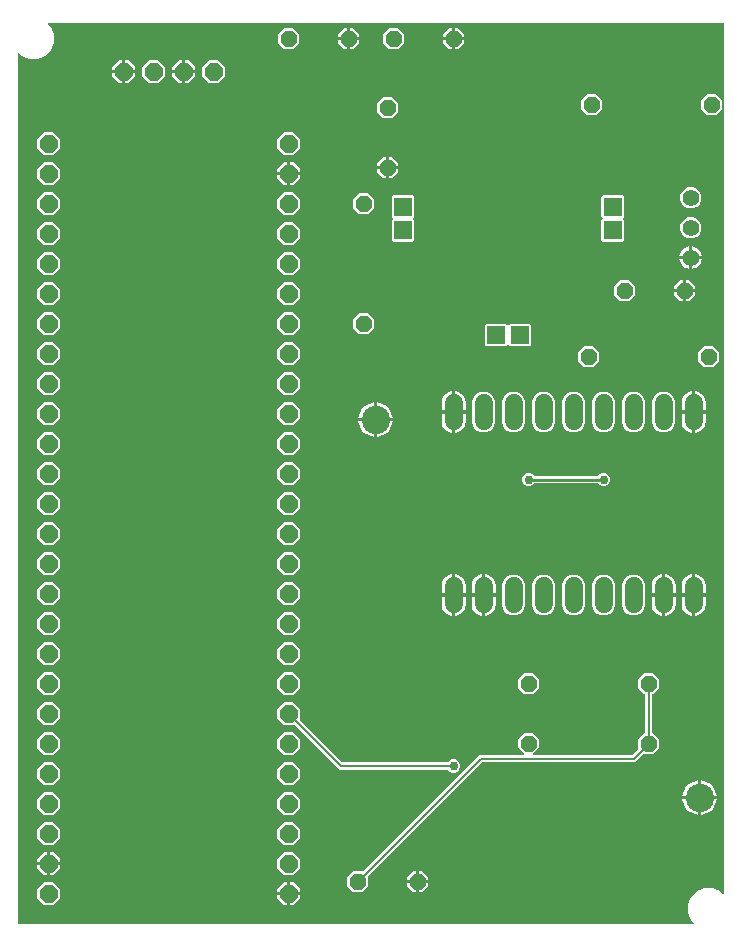
<source format=gbr>
G04 EAGLE Gerber RS-274X export*
G75*
%MOMM*%
%FSLAX34Y34*%
%LPD*%
%INBottom Copper*%
%IPPOS*%
%AMOC8*
5,1,8,0,0,1.08239X$1,22.5*%
G01*
%ADD10P,1.632244X8X292.500000*%
%ADD11R,1.508000X1.508000*%
%ADD12C,1.524000*%
%ADD13P,1.429621X8X112.500000*%
%ADD14P,1.429621X8X22.500000*%
%ADD15P,1.429621X8X202.500000*%
%ADD16C,2.400000*%
%ADD17C,1.400000*%
%ADD18P,1.429621X8X292.500000*%
%ADD19P,1.632244X8X22.500000*%
%ADD20C,0.756400*%
%ADD21C,0.203200*%
%ADD22C,0.254000*%

G36*
X583972Y11950D02*
X583972Y11950D01*
X584043Y11952D01*
X584092Y11970D01*
X584144Y11979D01*
X584207Y12012D01*
X584274Y12037D01*
X584315Y12069D01*
X584361Y12094D01*
X584410Y12146D01*
X584466Y12190D01*
X584495Y12234D01*
X584530Y12272D01*
X584561Y12337D01*
X584599Y12397D01*
X584612Y12448D01*
X584634Y12495D01*
X584642Y12566D01*
X584659Y12636D01*
X584655Y12688D01*
X584661Y12739D01*
X584646Y12810D01*
X584640Y12881D01*
X584620Y12929D01*
X584609Y12980D01*
X584572Y13041D01*
X584544Y13107D01*
X584499Y13163D01*
X584483Y13191D01*
X584465Y13206D01*
X584439Y13238D01*
X582140Y15538D01*
X579489Y21937D01*
X579489Y28863D01*
X582140Y35262D01*
X587038Y40160D01*
X593437Y42811D01*
X600363Y42811D01*
X606762Y40160D01*
X609062Y37861D01*
X609120Y37819D01*
X609172Y37770D01*
X609219Y37748D01*
X609261Y37717D01*
X609330Y37696D01*
X609395Y37666D01*
X609447Y37660D01*
X609497Y37645D01*
X609568Y37647D01*
X609639Y37639D01*
X609690Y37650D01*
X609742Y37651D01*
X609810Y37676D01*
X609880Y37691D01*
X609924Y37718D01*
X609973Y37736D01*
X610029Y37781D01*
X610091Y37817D01*
X610125Y37857D01*
X610165Y37889D01*
X610204Y37950D01*
X610251Y38004D01*
X610270Y38053D01*
X610298Y38096D01*
X610316Y38166D01*
X610343Y38232D01*
X610351Y38304D01*
X610359Y38335D01*
X610357Y38358D01*
X610361Y38399D01*
X610361Y774700D01*
X610358Y774720D01*
X610360Y774739D01*
X610338Y774841D01*
X610322Y774943D01*
X610312Y774960D01*
X610308Y774980D01*
X610255Y775069D01*
X610206Y775160D01*
X610192Y775174D01*
X610182Y775191D01*
X610103Y775258D01*
X610028Y775330D01*
X610010Y775338D01*
X609995Y775351D01*
X609899Y775390D01*
X609805Y775433D01*
X609785Y775435D01*
X609767Y775443D01*
X609600Y775461D01*
X38399Y775461D01*
X38328Y775450D01*
X38257Y775448D01*
X38208Y775430D01*
X38156Y775422D01*
X38093Y775388D01*
X38026Y775363D01*
X37985Y775331D01*
X37939Y775306D01*
X37890Y775255D01*
X37834Y775210D01*
X37805Y775166D01*
X37770Y775128D01*
X37739Y775063D01*
X37701Y775003D01*
X37688Y774952D01*
X37666Y774905D01*
X37658Y774834D01*
X37641Y774764D01*
X37645Y774712D01*
X37639Y774661D01*
X37654Y774590D01*
X37660Y774519D01*
X37680Y774471D01*
X37691Y774420D01*
X37728Y774359D01*
X37756Y774293D01*
X37801Y774237D01*
X37817Y774209D01*
X37835Y774194D01*
X37861Y774162D01*
X40160Y771862D01*
X42811Y765463D01*
X42811Y758537D01*
X40160Y752138D01*
X35262Y747240D01*
X28863Y744589D01*
X21937Y744589D01*
X15538Y747240D01*
X13238Y749539D01*
X13180Y749581D01*
X13128Y749630D01*
X13081Y749652D01*
X13039Y749683D01*
X12970Y749704D01*
X12905Y749734D01*
X12853Y749740D01*
X12803Y749755D01*
X12732Y749753D01*
X12661Y749761D01*
X12610Y749750D01*
X12558Y749749D01*
X12490Y749724D01*
X12420Y749709D01*
X12376Y749682D01*
X12327Y749664D01*
X12271Y749619D01*
X12209Y749583D01*
X12175Y749543D01*
X12135Y749511D01*
X12096Y749450D01*
X12049Y749396D01*
X12030Y749347D01*
X12002Y749304D01*
X11984Y749234D01*
X11957Y749168D01*
X11949Y749096D01*
X11941Y749065D01*
X11943Y749042D01*
X11939Y749001D01*
X11939Y12700D01*
X11942Y12680D01*
X11940Y12661D01*
X11962Y12559D01*
X11979Y12457D01*
X11988Y12440D01*
X11992Y12420D01*
X12045Y12331D01*
X12094Y12240D01*
X12108Y12226D01*
X12118Y12209D01*
X12197Y12142D01*
X12272Y12071D01*
X12290Y12062D01*
X12305Y12049D01*
X12401Y12010D01*
X12495Y11967D01*
X12515Y11965D01*
X12533Y11957D01*
X12700Y11939D01*
X583901Y11939D01*
X583972Y11950D01*
G37*
%LPC*%
G36*
X296143Y39623D02*
X296143Y39623D01*
X291083Y44683D01*
X291083Y51837D01*
X296143Y56897D01*
X303385Y56897D01*
X303469Y56876D01*
X303568Y56845D01*
X303588Y56846D01*
X303607Y56841D01*
X303710Y56849D01*
X303814Y56852D01*
X303832Y56858D01*
X303852Y56860D01*
X303928Y56892D01*
X303930Y56893D01*
X303947Y56900D01*
X304045Y56936D01*
X304060Y56949D01*
X304079Y56956D01*
X304136Y57002D01*
X304146Y57007D01*
X304157Y57019D01*
X304210Y57061D01*
X400588Y153440D01*
X402597Y155449D01*
X440099Y155449D01*
X440170Y155460D01*
X440242Y155462D01*
X440291Y155480D01*
X440342Y155488D01*
X440405Y155522D01*
X440473Y155547D01*
X440513Y155579D01*
X440559Y155604D01*
X440609Y155656D01*
X440665Y155700D01*
X440693Y155744D01*
X440729Y155782D01*
X440759Y155847D01*
X440798Y155907D01*
X440810Y155958D01*
X440832Y156005D01*
X440840Y156076D01*
X440858Y156146D01*
X440854Y156198D01*
X440860Y156249D01*
X440844Y156320D01*
X440839Y156391D01*
X440818Y156439D01*
X440807Y156490D01*
X440770Y156551D01*
X440742Y156617D01*
X440698Y156673D01*
X440681Y156701D01*
X440663Y156716D01*
X440638Y156748D01*
X435863Y161523D01*
X435863Y168677D01*
X440923Y173737D01*
X448077Y173737D01*
X453137Y168677D01*
X453137Y161523D01*
X448362Y156748D01*
X448321Y156690D01*
X448271Y156638D01*
X448249Y156591D01*
X448219Y156549D01*
X448198Y156480D01*
X448168Y156415D01*
X448162Y156363D01*
X448147Y156313D01*
X448148Y156242D01*
X448140Y156171D01*
X448152Y156120D01*
X448153Y156068D01*
X448178Y156000D01*
X448193Y155930D01*
X448219Y155885D01*
X448237Y155837D01*
X448282Y155781D01*
X448319Y155719D01*
X448358Y155685D01*
X448391Y155645D01*
X448451Y155606D01*
X448506Y155559D01*
X448554Y155540D01*
X448598Y155512D01*
X448667Y155494D01*
X448734Y155467D01*
X448805Y155459D01*
X448836Y155451D01*
X448860Y155453D01*
X448901Y155449D01*
X531822Y155449D01*
X531912Y155463D01*
X532003Y155471D01*
X532033Y155483D01*
X532065Y155488D01*
X532145Y155531D01*
X532229Y155567D01*
X532261Y155593D01*
X532282Y155604D01*
X532304Y155627D01*
X532360Y155672D01*
X537299Y160610D01*
X537311Y160627D01*
X537326Y160639D01*
X537355Y160684D01*
X537385Y160716D01*
X537405Y160757D01*
X537442Y160810D01*
X537448Y160829D01*
X537459Y160846D01*
X537475Y160909D01*
X537489Y160939D01*
X537493Y160973D01*
X537515Y161045D01*
X537514Y161065D01*
X537519Y161085D01*
X537513Y161160D01*
X537516Y161183D01*
X537511Y161208D01*
X537508Y161291D01*
X537502Y161310D01*
X537500Y161330D01*
X537467Y161407D01*
X537464Y161424D01*
X537463Y161424D01*
X537463Y168677D01*
X542585Y173799D01*
X542659Y173843D01*
X542750Y173892D01*
X542764Y173906D01*
X542781Y173916D01*
X542848Y173995D01*
X542920Y174070D01*
X542928Y174088D01*
X542941Y174103D01*
X542980Y174199D01*
X543023Y174293D01*
X543025Y174313D01*
X543033Y174331D01*
X543051Y174498D01*
X543051Y206502D01*
X543048Y206522D01*
X543050Y206541D01*
X543028Y206643D01*
X543012Y206745D01*
X543002Y206762D01*
X542998Y206782D01*
X542945Y206871D01*
X542896Y206962D01*
X542882Y206976D01*
X542872Y206993D01*
X542793Y207060D01*
X542718Y207132D01*
X542700Y207140D01*
X542685Y207153D01*
X542598Y207188D01*
X537463Y212323D01*
X537463Y219477D01*
X542523Y224537D01*
X549677Y224537D01*
X554737Y219477D01*
X554737Y212323D01*
X549615Y207201D01*
X549541Y207157D01*
X549450Y207108D01*
X549436Y207094D01*
X549419Y207084D01*
X549352Y207005D01*
X549280Y206930D01*
X549272Y206912D01*
X549259Y206897D01*
X549220Y206800D01*
X549177Y206707D01*
X549175Y206687D01*
X549167Y206669D01*
X549149Y206502D01*
X549149Y174498D01*
X549152Y174478D01*
X549150Y174459D01*
X549172Y174357D01*
X549188Y174255D01*
X549198Y174238D01*
X549202Y174218D01*
X549255Y174129D01*
X549304Y174038D01*
X549318Y174024D01*
X549328Y174007D01*
X549407Y173940D01*
X549482Y173868D01*
X549500Y173860D01*
X549515Y173847D01*
X549602Y173812D01*
X554737Y168677D01*
X554737Y161523D01*
X549677Y156463D01*
X542435Y156463D01*
X542351Y156484D01*
X542252Y156515D01*
X542232Y156514D01*
X542213Y156519D01*
X542110Y156511D01*
X542006Y156508D01*
X541988Y156502D01*
X541968Y156500D01*
X541873Y156460D01*
X541775Y156424D01*
X541760Y156411D01*
X541741Y156404D01*
X541610Y156299D01*
X534663Y149351D01*
X405438Y149351D01*
X405348Y149337D01*
X405257Y149329D01*
X405227Y149317D01*
X405195Y149312D01*
X405115Y149269D01*
X405031Y149233D01*
X404999Y149207D01*
X404978Y149196D01*
X404956Y149173D01*
X404900Y149128D01*
X308521Y52750D01*
X308509Y52733D01*
X308494Y52721D01*
X308438Y52634D01*
X308378Y52550D01*
X308372Y52531D01*
X308361Y52514D01*
X308336Y52413D01*
X308305Y52315D01*
X308306Y52295D01*
X308301Y52275D01*
X308309Y52172D01*
X308312Y52069D01*
X308318Y52050D01*
X308320Y52030D01*
X308357Y51944D01*
X308357Y44683D01*
X303297Y39623D01*
X296143Y39623D01*
G37*
%LPD*%
%LPC*%
G36*
X379843Y140235D02*
X379843Y140235D01*
X377706Y141121D01*
X376048Y142778D01*
X375974Y142831D01*
X375905Y142891D01*
X375875Y142903D01*
X375849Y142922D01*
X375762Y142949D01*
X375677Y142983D01*
X375636Y142987D01*
X375614Y142994D01*
X375581Y142993D01*
X375510Y143001D01*
X284487Y143001D01*
X246451Y181037D01*
X246435Y181049D01*
X246423Y181064D01*
X246335Y181120D01*
X246252Y181181D01*
X246233Y181186D01*
X246216Y181197D01*
X246115Y181222D01*
X246017Y181253D01*
X245997Y181252D01*
X245977Y181257D01*
X245874Y181249D01*
X245771Y181247D01*
X245752Y181240D01*
X245732Y181238D01*
X245637Y181198D01*
X245540Y181162D01*
X245524Y181150D01*
X245506Y181142D01*
X245375Y181037D01*
X245265Y180927D01*
X237335Y180927D01*
X231727Y186535D01*
X231727Y194465D01*
X237335Y200073D01*
X245265Y200073D01*
X250873Y194465D01*
X250873Y186535D01*
X250763Y186425D01*
X250751Y186409D01*
X250736Y186396D01*
X250680Y186309D01*
X250619Y186225D01*
X250614Y186206D01*
X250603Y186190D01*
X250578Y186089D01*
X250547Y185990D01*
X250548Y185970D01*
X250543Y185951D01*
X250551Y185848D01*
X250553Y185744D01*
X250560Y185726D01*
X250562Y185706D01*
X250602Y185611D01*
X250638Y185513D01*
X250650Y185498D01*
X250658Y185480D01*
X250763Y185349D01*
X286790Y149322D01*
X286864Y149269D01*
X286933Y149209D01*
X286963Y149197D01*
X286990Y149178D01*
X287077Y149151D01*
X287161Y149117D01*
X287202Y149113D01*
X287225Y149106D01*
X287257Y149107D01*
X287328Y149099D01*
X375510Y149099D01*
X375600Y149113D01*
X375691Y149121D01*
X375721Y149133D01*
X375753Y149138D01*
X375834Y149181D01*
X375917Y149217D01*
X375950Y149243D01*
X375970Y149254D01*
X375992Y149277D01*
X376048Y149322D01*
X377706Y150979D01*
X379843Y151865D01*
X382157Y151865D01*
X384294Y150979D01*
X385929Y149344D01*
X386815Y147207D01*
X386815Y144893D01*
X385929Y142756D01*
X384294Y141121D01*
X382157Y140235D01*
X379843Y140235D01*
G37*
%LPD*%
%LPC*%
G36*
X408668Y501277D02*
X408668Y501277D01*
X407477Y502468D01*
X407477Y519232D01*
X408668Y520423D01*
X425432Y520423D01*
X426512Y519343D01*
X426528Y519331D01*
X426540Y519316D01*
X426628Y519260D01*
X426711Y519199D01*
X426730Y519194D01*
X426747Y519183D01*
X426848Y519158D01*
X426947Y519127D01*
X426966Y519128D01*
X426986Y519123D01*
X427089Y519131D01*
X427192Y519133D01*
X427211Y519140D01*
X427231Y519142D01*
X427326Y519182D01*
X427423Y519218D01*
X427439Y519230D01*
X427457Y519238D01*
X427588Y519343D01*
X428668Y520423D01*
X445432Y520423D01*
X446623Y519232D01*
X446623Y502468D01*
X445432Y501277D01*
X428668Y501277D01*
X427588Y502357D01*
X427572Y502369D01*
X427560Y502384D01*
X427472Y502440D01*
X427389Y502501D01*
X427370Y502506D01*
X427353Y502517D01*
X427252Y502542D01*
X427153Y502573D01*
X427134Y502572D01*
X427114Y502577D01*
X427011Y502569D01*
X426908Y502567D01*
X426889Y502560D01*
X426869Y502558D01*
X426774Y502518D01*
X426677Y502482D01*
X426661Y502470D01*
X426643Y502462D01*
X426512Y502357D01*
X425432Y501277D01*
X408668Y501277D01*
G37*
%LPD*%
%LPC*%
G36*
X329918Y590027D02*
X329918Y590027D01*
X328727Y591218D01*
X328727Y607982D01*
X329807Y609062D01*
X329819Y609078D01*
X329834Y609090D01*
X329890Y609178D01*
X329951Y609261D01*
X329956Y609280D01*
X329967Y609297D01*
X329992Y609398D01*
X330023Y609497D01*
X330022Y609516D01*
X330027Y609536D01*
X330019Y609639D01*
X330017Y609742D01*
X330010Y609761D01*
X330008Y609781D01*
X329968Y609876D01*
X329932Y609973D01*
X329920Y609989D01*
X329912Y610007D01*
X329807Y610138D01*
X328727Y611218D01*
X328727Y627982D01*
X329918Y629173D01*
X346682Y629173D01*
X347873Y627982D01*
X347873Y611218D01*
X346793Y610138D01*
X346781Y610122D01*
X346766Y610110D01*
X346710Y610022D01*
X346649Y609939D01*
X346644Y609920D01*
X346633Y609903D01*
X346608Y609802D01*
X346577Y609703D01*
X346578Y609684D01*
X346573Y609664D01*
X346581Y609561D01*
X346583Y609458D01*
X346590Y609439D01*
X346592Y609419D01*
X346632Y609324D01*
X346668Y609227D01*
X346680Y609211D01*
X346688Y609193D01*
X346793Y609062D01*
X347873Y607982D01*
X347873Y591218D01*
X346682Y590027D01*
X329918Y590027D01*
G37*
%LPD*%
%LPC*%
G36*
X507418Y590027D02*
X507418Y590027D01*
X506227Y591218D01*
X506227Y607982D01*
X507307Y609062D01*
X507319Y609078D01*
X507334Y609090D01*
X507390Y609178D01*
X507451Y609261D01*
X507456Y609280D01*
X507467Y609297D01*
X507492Y609398D01*
X507523Y609497D01*
X507522Y609516D01*
X507527Y609536D01*
X507519Y609639D01*
X507517Y609742D01*
X507510Y609761D01*
X507508Y609781D01*
X507468Y609876D01*
X507432Y609973D01*
X507420Y609989D01*
X507412Y610007D01*
X507307Y610138D01*
X506227Y611218D01*
X506227Y627982D01*
X507418Y629173D01*
X524182Y629173D01*
X525373Y627982D01*
X525373Y611218D01*
X524293Y610138D01*
X524281Y610122D01*
X524266Y610110D01*
X524210Y610022D01*
X524149Y609939D01*
X524144Y609920D01*
X524133Y609903D01*
X524108Y609802D01*
X524077Y609703D01*
X524078Y609684D01*
X524073Y609664D01*
X524081Y609561D01*
X524083Y609458D01*
X524090Y609439D01*
X524092Y609419D01*
X524132Y609324D01*
X524168Y609227D01*
X524180Y609211D01*
X524188Y609193D01*
X524293Y609062D01*
X525373Y607982D01*
X525373Y591218D01*
X524182Y590027D01*
X507418Y590027D01*
G37*
%LPD*%
%LPC*%
G36*
X429880Y428497D02*
X429880Y428497D01*
X426332Y429967D01*
X423617Y432682D01*
X422147Y436230D01*
X422147Y455310D01*
X423617Y458858D01*
X426332Y461573D01*
X429880Y463043D01*
X433720Y463043D01*
X437268Y461573D01*
X439983Y458858D01*
X441453Y455310D01*
X441453Y436230D01*
X439983Y432682D01*
X437268Y429967D01*
X433720Y428497D01*
X429880Y428497D01*
G37*
%LPD*%
%LPC*%
G36*
X404480Y428497D02*
X404480Y428497D01*
X400932Y429967D01*
X398217Y432682D01*
X396747Y436230D01*
X396747Y455310D01*
X398217Y458858D01*
X400932Y461573D01*
X404480Y463043D01*
X408320Y463043D01*
X411868Y461573D01*
X414583Y458858D01*
X416053Y455310D01*
X416053Y436230D01*
X414583Y432682D01*
X411868Y429967D01*
X408320Y428497D01*
X404480Y428497D01*
G37*
%LPD*%
%LPC*%
G36*
X556880Y428497D02*
X556880Y428497D01*
X553332Y429967D01*
X550617Y432682D01*
X549147Y436230D01*
X549147Y455310D01*
X550617Y458858D01*
X553332Y461573D01*
X556880Y463043D01*
X560720Y463043D01*
X564268Y461573D01*
X566983Y458858D01*
X568453Y455310D01*
X568453Y436230D01*
X566983Y432682D01*
X564268Y429967D01*
X560720Y428497D01*
X556880Y428497D01*
G37*
%LPD*%
%LPC*%
G36*
X455280Y428497D02*
X455280Y428497D01*
X451732Y429967D01*
X449017Y432682D01*
X447547Y436230D01*
X447547Y455310D01*
X449017Y458858D01*
X451732Y461573D01*
X455280Y463043D01*
X459120Y463043D01*
X462668Y461573D01*
X465383Y458858D01*
X466853Y455310D01*
X466853Y436230D01*
X465383Y432682D01*
X462668Y429967D01*
X459120Y428497D01*
X455280Y428497D01*
G37*
%LPD*%
%LPC*%
G36*
X531480Y273557D02*
X531480Y273557D01*
X527932Y275027D01*
X525217Y277742D01*
X523747Y281290D01*
X523747Y300370D01*
X525217Y303918D01*
X527932Y306633D01*
X531480Y308103D01*
X535320Y308103D01*
X538868Y306633D01*
X541583Y303918D01*
X543053Y300370D01*
X543053Y281290D01*
X541583Y277742D01*
X538868Y275027D01*
X535320Y273557D01*
X531480Y273557D01*
G37*
%LPD*%
%LPC*%
G36*
X506080Y273557D02*
X506080Y273557D01*
X502532Y275027D01*
X499817Y277742D01*
X498347Y281290D01*
X498347Y300370D01*
X499817Y303918D01*
X502532Y306633D01*
X506080Y308103D01*
X509920Y308103D01*
X513468Y306633D01*
X516183Y303918D01*
X517653Y300370D01*
X517653Y281290D01*
X516183Y277742D01*
X513468Y275027D01*
X509920Y273557D01*
X506080Y273557D01*
G37*
%LPD*%
%LPC*%
G36*
X429880Y273557D02*
X429880Y273557D01*
X426332Y275027D01*
X423617Y277742D01*
X422147Y281290D01*
X422147Y300370D01*
X423617Y303918D01*
X426332Y306633D01*
X429880Y308103D01*
X433720Y308103D01*
X437268Y306633D01*
X439983Y303918D01*
X441453Y300370D01*
X441453Y281290D01*
X439983Y277742D01*
X437268Y275027D01*
X433720Y273557D01*
X429880Y273557D01*
G37*
%LPD*%
%LPC*%
G36*
X455280Y273557D02*
X455280Y273557D01*
X451732Y275027D01*
X449017Y277742D01*
X447547Y281290D01*
X447547Y300370D01*
X449017Y303918D01*
X451732Y306633D01*
X455280Y308103D01*
X459120Y308103D01*
X462668Y306633D01*
X465383Y303918D01*
X466853Y300370D01*
X466853Y281290D01*
X465383Y277742D01*
X462668Y275027D01*
X459120Y273557D01*
X455280Y273557D01*
G37*
%LPD*%
%LPC*%
G36*
X480680Y273557D02*
X480680Y273557D01*
X477132Y275027D01*
X474417Y277742D01*
X472947Y281290D01*
X472947Y300370D01*
X474417Y303918D01*
X477132Y306633D01*
X480680Y308103D01*
X484520Y308103D01*
X488068Y306633D01*
X490783Y303918D01*
X492253Y300370D01*
X492253Y281290D01*
X490783Y277742D01*
X488068Y275027D01*
X484520Y273557D01*
X480680Y273557D01*
G37*
%LPD*%
%LPC*%
G36*
X480680Y428497D02*
X480680Y428497D01*
X477132Y429967D01*
X474417Y432682D01*
X472947Y436230D01*
X472947Y455310D01*
X474417Y458858D01*
X477132Y461573D01*
X480680Y463043D01*
X484520Y463043D01*
X488068Y461573D01*
X490783Y458858D01*
X492253Y455310D01*
X492253Y436230D01*
X490783Y432682D01*
X488068Y429967D01*
X484520Y428497D01*
X480680Y428497D01*
G37*
%LPD*%
%LPC*%
G36*
X506080Y428497D02*
X506080Y428497D01*
X502532Y429967D01*
X499817Y432682D01*
X498347Y436230D01*
X498347Y455310D01*
X499817Y458858D01*
X502532Y461573D01*
X506080Y463043D01*
X509920Y463043D01*
X513468Y461573D01*
X516183Y458858D01*
X517653Y455310D01*
X517653Y436230D01*
X516183Y432682D01*
X513468Y429967D01*
X509920Y428497D01*
X506080Y428497D01*
G37*
%LPD*%
%LPC*%
G36*
X531480Y428497D02*
X531480Y428497D01*
X527932Y429967D01*
X525217Y432682D01*
X523747Y436230D01*
X523747Y455310D01*
X525217Y458858D01*
X527932Y461573D01*
X531480Y463043D01*
X535320Y463043D01*
X538868Y461573D01*
X541583Y458858D01*
X543053Y455310D01*
X543053Y436230D01*
X541583Y432682D01*
X538868Y429967D01*
X535320Y428497D01*
X531480Y428497D01*
G37*
%LPD*%
%LPC*%
G36*
X443343Y382805D02*
X443343Y382805D01*
X441206Y383691D01*
X439571Y385326D01*
X438685Y387463D01*
X438685Y389777D01*
X439571Y391914D01*
X441206Y393549D01*
X443343Y394435D01*
X445657Y394435D01*
X447794Y393549D01*
X449198Y392146D01*
X449272Y392093D01*
X449341Y392033D01*
X449371Y392021D01*
X449397Y392002D01*
X449484Y391975D01*
X449569Y391941D01*
X449610Y391937D01*
X449632Y391930D01*
X449665Y391931D01*
X449736Y391923D01*
X502764Y391923D01*
X502854Y391937D01*
X502945Y391945D01*
X502975Y391957D01*
X503007Y391962D01*
X503088Y392005D01*
X503171Y392041D01*
X503204Y392067D01*
X503224Y392078D01*
X503246Y392101D01*
X503302Y392146D01*
X504706Y393549D01*
X506843Y394435D01*
X509157Y394435D01*
X511294Y393549D01*
X512929Y391914D01*
X513815Y389777D01*
X513815Y387463D01*
X512929Y385326D01*
X511294Y383691D01*
X509157Y382805D01*
X506843Y382805D01*
X504706Y383691D01*
X503302Y385094D01*
X503228Y385147D01*
X503159Y385207D01*
X503129Y385219D01*
X503103Y385238D01*
X503016Y385265D01*
X502931Y385299D01*
X502890Y385303D01*
X502868Y385310D01*
X502835Y385309D01*
X502764Y385317D01*
X449736Y385317D01*
X449646Y385303D01*
X449555Y385295D01*
X449525Y385283D01*
X449493Y385278D01*
X449412Y385235D01*
X449329Y385199D01*
X449296Y385173D01*
X449276Y385162D01*
X449254Y385139D01*
X449198Y385094D01*
X447794Y383691D01*
X445657Y382805D01*
X443343Y382805D01*
G37*
%LPD*%
%LPC*%
G36*
X237335Y434927D02*
X237335Y434927D01*
X231727Y440535D01*
X231727Y448465D01*
X237335Y454073D01*
X245265Y454073D01*
X250873Y448465D01*
X250873Y440535D01*
X245265Y434927D01*
X237335Y434927D01*
G37*
%LPD*%
%LPC*%
G36*
X34135Y434927D02*
X34135Y434927D01*
X28527Y440535D01*
X28527Y448465D01*
X34135Y454073D01*
X42065Y454073D01*
X47673Y448465D01*
X47673Y440535D01*
X42065Y434927D01*
X34135Y434927D01*
G37*
%LPD*%
%LPC*%
G36*
X34135Y485727D02*
X34135Y485727D01*
X28527Y491335D01*
X28527Y499265D01*
X34135Y504873D01*
X42065Y504873D01*
X47673Y499265D01*
X47673Y491335D01*
X42065Y485727D01*
X34135Y485727D01*
G37*
%LPD*%
%LPC*%
G36*
X237335Y612727D02*
X237335Y612727D01*
X231727Y618335D01*
X231727Y626265D01*
X237335Y631873D01*
X245265Y631873D01*
X250873Y626265D01*
X250873Y618335D01*
X245265Y612727D01*
X237335Y612727D01*
G37*
%LPD*%
%LPC*%
G36*
X34135Y28527D02*
X34135Y28527D01*
X28527Y34135D01*
X28527Y42065D01*
X34135Y47673D01*
X42065Y47673D01*
X47673Y42065D01*
X47673Y34135D01*
X42065Y28527D01*
X34135Y28527D01*
G37*
%LPD*%
%LPC*%
G36*
X237335Y53927D02*
X237335Y53927D01*
X231727Y59535D01*
X231727Y67465D01*
X237335Y73073D01*
X245265Y73073D01*
X250873Y67465D01*
X250873Y59535D01*
X245265Y53927D01*
X237335Y53927D01*
G37*
%LPD*%
%LPC*%
G36*
X34135Y79327D02*
X34135Y79327D01*
X28527Y84935D01*
X28527Y92865D01*
X34135Y98473D01*
X42065Y98473D01*
X47673Y92865D01*
X47673Y84935D01*
X42065Y79327D01*
X34135Y79327D01*
G37*
%LPD*%
%LPC*%
G36*
X237335Y104727D02*
X237335Y104727D01*
X231727Y110335D01*
X231727Y118265D01*
X237335Y123873D01*
X245265Y123873D01*
X250873Y118265D01*
X250873Y110335D01*
X245265Y104727D01*
X237335Y104727D01*
G37*
%LPD*%
%LPC*%
G36*
X237335Y79327D02*
X237335Y79327D01*
X231727Y84935D01*
X231727Y92865D01*
X237335Y98473D01*
X245265Y98473D01*
X250873Y92865D01*
X250873Y84935D01*
X245265Y79327D01*
X237335Y79327D01*
G37*
%LPD*%
%LPC*%
G36*
X34135Y130127D02*
X34135Y130127D01*
X28527Y135735D01*
X28527Y143665D01*
X34135Y149273D01*
X42065Y149273D01*
X47673Y143665D01*
X47673Y135735D01*
X42065Y130127D01*
X34135Y130127D01*
G37*
%LPD*%
%LPC*%
G36*
X237335Y130127D02*
X237335Y130127D01*
X231727Y135735D01*
X231727Y143665D01*
X237335Y149273D01*
X245265Y149273D01*
X250873Y143665D01*
X250873Y135735D01*
X245265Y130127D01*
X237335Y130127D01*
G37*
%LPD*%
%LPC*%
G36*
X34135Y155527D02*
X34135Y155527D01*
X28527Y161135D01*
X28527Y169065D01*
X34135Y174673D01*
X42065Y174673D01*
X47673Y169065D01*
X47673Y161135D01*
X42065Y155527D01*
X34135Y155527D01*
G37*
%LPD*%
%LPC*%
G36*
X237335Y155527D02*
X237335Y155527D01*
X231727Y161135D01*
X231727Y169065D01*
X237335Y174673D01*
X245265Y174673D01*
X250873Y169065D01*
X250873Y161135D01*
X245265Y155527D01*
X237335Y155527D01*
G37*
%LPD*%
%LPC*%
G36*
X173835Y724487D02*
X173835Y724487D01*
X168227Y730095D01*
X168227Y738025D01*
X173835Y743633D01*
X181765Y743633D01*
X187373Y738025D01*
X187373Y730095D01*
X181765Y724487D01*
X173835Y724487D01*
G37*
%LPD*%
%LPC*%
G36*
X123035Y724487D02*
X123035Y724487D01*
X117427Y730095D01*
X117427Y738025D01*
X123035Y743633D01*
X130965Y743633D01*
X136573Y738025D01*
X136573Y730095D01*
X130965Y724487D01*
X123035Y724487D01*
G37*
%LPD*%
%LPC*%
G36*
X34135Y180927D02*
X34135Y180927D01*
X28527Y186535D01*
X28527Y194465D01*
X34135Y200073D01*
X42065Y200073D01*
X47673Y194465D01*
X47673Y186535D01*
X42065Y180927D01*
X34135Y180927D01*
G37*
%LPD*%
%LPC*%
G36*
X34135Y460327D02*
X34135Y460327D01*
X28527Y465935D01*
X28527Y473865D01*
X34135Y479473D01*
X42065Y479473D01*
X47673Y473865D01*
X47673Y465935D01*
X42065Y460327D01*
X34135Y460327D01*
G37*
%LPD*%
%LPC*%
G36*
X237335Y460327D02*
X237335Y460327D01*
X231727Y465935D01*
X231727Y473865D01*
X237335Y479473D01*
X245265Y479473D01*
X250873Y473865D01*
X250873Y465935D01*
X245265Y460327D01*
X237335Y460327D01*
G37*
%LPD*%
%LPC*%
G36*
X34135Y409527D02*
X34135Y409527D01*
X28527Y415135D01*
X28527Y423065D01*
X34135Y428673D01*
X42065Y428673D01*
X47673Y423065D01*
X47673Y415135D01*
X42065Y409527D01*
X34135Y409527D01*
G37*
%LPD*%
%LPC*%
G36*
X34135Y206327D02*
X34135Y206327D01*
X28527Y211935D01*
X28527Y219865D01*
X34135Y225473D01*
X42065Y225473D01*
X47673Y219865D01*
X47673Y211935D01*
X42065Y206327D01*
X34135Y206327D01*
G37*
%LPD*%
%LPC*%
G36*
X237335Y409527D02*
X237335Y409527D01*
X231727Y415135D01*
X231727Y423065D01*
X237335Y428673D01*
X245265Y428673D01*
X250873Y423065D01*
X250873Y415135D01*
X245265Y409527D01*
X237335Y409527D01*
G37*
%LPD*%
%LPC*%
G36*
X237335Y231727D02*
X237335Y231727D01*
X231727Y237335D01*
X231727Y245265D01*
X237335Y250873D01*
X245265Y250873D01*
X250873Y245265D01*
X250873Y237335D01*
X245265Y231727D01*
X237335Y231727D01*
G37*
%LPD*%
%LPC*%
G36*
X34135Y231727D02*
X34135Y231727D01*
X28527Y237335D01*
X28527Y245265D01*
X34135Y250873D01*
X42065Y250873D01*
X47673Y245265D01*
X47673Y237335D01*
X42065Y231727D01*
X34135Y231727D01*
G37*
%LPD*%
%LPC*%
G36*
X237335Y663527D02*
X237335Y663527D01*
X231727Y669135D01*
X231727Y677065D01*
X237335Y682673D01*
X245265Y682673D01*
X250873Y677065D01*
X250873Y669135D01*
X245265Y663527D01*
X237335Y663527D01*
G37*
%LPD*%
%LPC*%
G36*
X34135Y612727D02*
X34135Y612727D01*
X28527Y618335D01*
X28527Y626265D01*
X34135Y631873D01*
X42065Y631873D01*
X47673Y626265D01*
X47673Y618335D01*
X42065Y612727D01*
X34135Y612727D01*
G37*
%LPD*%
%LPC*%
G36*
X237335Y206327D02*
X237335Y206327D01*
X231727Y211935D01*
X231727Y219865D01*
X237335Y225473D01*
X245265Y225473D01*
X250873Y219865D01*
X250873Y211935D01*
X245265Y206327D01*
X237335Y206327D01*
G37*
%LPD*%
%LPC*%
G36*
X237335Y282527D02*
X237335Y282527D01*
X231727Y288135D01*
X231727Y296065D01*
X237335Y301673D01*
X245265Y301673D01*
X250873Y296065D01*
X250873Y288135D01*
X245265Y282527D01*
X237335Y282527D01*
G37*
%LPD*%
%LPC*%
G36*
X34135Y282527D02*
X34135Y282527D01*
X28527Y288135D01*
X28527Y296065D01*
X34135Y301673D01*
X42065Y301673D01*
X47673Y296065D01*
X47673Y288135D01*
X42065Y282527D01*
X34135Y282527D01*
G37*
%LPD*%
%LPC*%
G36*
X34135Y663527D02*
X34135Y663527D01*
X28527Y669135D01*
X28527Y677065D01*
X34135Y682673D01*
X42065Y682673D01*
X47673Y677065D01*
X47673Y669135D01*
X42065Y663527D01*
X34135Y663527D01*
G37*
%LPD*%
%LPC*%
G36*
X237335Y587327D02*
X237335Y587327D01*
X231727Y592935D01*
X231727Y600865D01*
X237335Y606473D01*
X245265Y606473D01*
X250873Y600865D01*
X250873Y592935D01*
X245265Y587327D01*
X237335Y587327D01*
G37*
%LPD*%
%LPC*%
G36*
X34135Y587327D02*
X34135Y587327D01*
X28527Y592935D01*
X28527Y600865D01*
X34135Y606473D01*
X42065Y606473D01*
X47673Y600865D01*
X47673Y592935D01*
X42065Y587327D01*
X34135Y587327D01*
G37*
%LPD*%
%LPC*%
G36*
X34135Y104727D02*
X34135Y104727D01*
X28527Y110335D01*
X28527Y118265D01*
X34135Y123873D01*
X42065Y123873D01*
X47673Y118265D01*
X47673Y110335D01*
X42065Y104727D01*
X34135Y104727D01*
G37*
%LPD*%
%LPC*%
G36*
X237335Y257127D02*
X237335Y257127D01*
X231727Y262735D01*
X231727Y270665D01*
X237335Y276273D01*
X245265Y276273D01*
X250873Y270665D01*
X250873Y262735D01*
X245265Y257127D01*
X237335Y257127D01*
G37*
%LPD*%
%LPC*%
G36*
X237335Y561927D02*
X237335Y561927D01*
X231727Y567535D01*
X231727Y575465D01*
X237335Y581073D01*
X245265Y581073D01*
X250873Y575465D01*
X250873Y567535D01*
X245265Y561927D01*
X237335Y561927D01*
G37*
%LPD*%
%LPC*%
G36*
X34135Y561927D02*
X34135Y561927D01*
X28527Y567535D01*
X28527Y575465D01*
X34135Y581073D01*
X42065Y581073D01*
X47673Y575465D01*
X47673Y567535D01*
X42065Y561927D01*
X34135Y561927D01*
G37*
%LPD*%
%LPC*%
G36*
X34135Y307927D02*
X34135Y307927D01*
X28527Y313535D01*
X28527Y321465D01*
X34135Y327073D01*
X42065Y327073D01*
X47673Y321465D01*
X47673Y313535D01*
X42065Y307927D01*
X34135Y307927D01*
G37*
%LPD*%
%LPC*%
G36*
X237335Y307927D02*
X237335Y307927D01*
X231727Y313535D01*
X231727Y321465D01*
X237335Y327073D01*
X245265Y327073D01*
X250873Y321465D01*
X250873Y313535D01*
X245265Y307927D01*
X237335Y307927D01*
G37*
%LPD*%
%LPC*%
G36*
X34135Y333327D02*
X34135Y333327D01*
X28527Y338935D01*
X28527Y346865D01*
X34135Y352473D01*
X42065Y352473D01*
X47673Y346865D01*
X47673Y338935D01*
X42065Y333327D01*
X34135Y333327D01*
G37*
%LPD*%
%LPC*%
G36*
X237335Y333327D02*
X237335Y333327D01*
X231727Y338935D01*
X231727Y346865D01*
X237335Y352473D01*
X245265Y352473D01*
X250873Y346865D01*
X250873Y338935D01*
X245265Y333327D01*
X237335Y333327D01*
G37*
%LPD*%
%LPC*%
G36*
X34135Y358727D02*
X34135Y358727D01*
X28527Y364335D01*
X28527Y372265D01*
X34135Y377873D01*
X42065Y377873D01*
X47673Y372265D01*
X47673Y364335D01*
X42065Y358727D01*
X34135Y358727D01*
G37*
%LPD*%
%LPC*%
G36*
X237335Y536527D02*
X237335Y536527D01*
X231727Y542135D01*
X231727Y550065D01*
X237335Y555673D01*
X245265Y555673D01*
X250873Y550065D01*
X250873Y542135D01*
X245265Y536527D01*
X237335Y536527D01*
G37*
%LPD*%
%LPC*%
G36*
X34135Y536527D02*
X34135Y536527D01*
X28527Y542135D01*
X28527Y550065D01*
X34135Y555673D01*
X42065Y555673D01*
X47673Y550065D01*
X47673Y542135D01*
X42065Y536527D01*
X34135Y536527D01*
G37*
%LPD*%
%LPC*%
G36*
X237335Y358727D02*
X237335Y358727D01*
X231727Y364335D01*
X231727Y372265D01*
X237335Y377873D01*
X245265Y377873D01*
X250873Y372265D01*
X250873Y364335D01*
X245265Y358727D01*
X237335Y358727D01*
G37*
%LPD*%
%LPC*%
G36*
X34135Y638127D02*
X34135Y638127D01*
X28527Y643735D01*
X28527Y651665D01*
X34135Y657273D01*
X42065Y657273D01*
X47673Y651665D01*
X47673Y643735D01*
X42065Y638127D01*
X34135Y638127D01*
G37*
%LPD*%
%LPC*%
G36*
X34135Y384127D02*
X34135Y384127D01*
X28527Y389735D01*
X28527Y397665D01*
X34135Y403273D01*
X42065Y403273D01*
X47673Y397665D01*
X47673Y389735D01*
X42065Y384127D01*
X34135Y384127D01*
G37*
%LPD*%
%LPC*%
G36*
X237335Y511127D02*
X237335Y511127D01*
X231727Y516735D01*
X231727Y524665D01*
X237335Y530273D01*
X245265Y530273D01*
X250873Y524665D01*
X250873Y516735D01*
X245265Y511127D01*
X237335Y511127D01*
G37*
%LPD*%
%LPC*%
G36*
X34135Y511127D02*
X34135Y511127D01*
X28527Y516735D01*
X28527Y524665D01*
X34135Y530273D01*
X42065Y530273D01*
X47673Y524665D01*
X47673Y516735D01*
X42065Y511127D01*
X34135Y511127D01*
G37*
%LPD*%
%LPC*%
G36*
X237335Y384127D02*
X237335Y384127D01*
X231727Y389735D01*
X231727Y397665D01*
X237335Y403273D01*
X245265Y403273D01*
X250873Y397665D01*
X250873Y389735D01*
X245265Y384127D01*
X237335Y384127D01*
G37*
%LPD*%
%LPC*%
G36*
X34135Y257127D02*
X34135Y257127D01*
X28527Y262735D01*
X28527Y270665D01*
X34135Y276273D01*
X42065Y276273D01*
X47673Y270665D01*
X47673Y262735D01*
X42065Y257127D01*
X34135Y257127D01*
G37*
%LPD*%
%LPC*%
G36*
X237335Y485727D02*
X237335Y485727D01*
X231727Y491335D01*
X231727Y499265D01*
X237335Y504873D01*
X245265Y504873D01*
X250873Y499265D01*
X250873Y491335D01*
X245265Y485727D01*
X237335Y485727D01*
G37*
%LPD*%
%LPC*%
G36*
X579863Y618347D02*
X579863Y618347D01*
X576543Y619722D01*
X574002Y622263D01*
X572627Y625583D01*
X572627Y629177D01*
X574002Y632497D01*
X576543Y635038D01*
X579863Y636413D01*
X583457Y636413D01*
X586777Y635038D01*
X589318Y632497D01*
X590693Y629177D01*
X590693Y625583D01*
X589318Y622263D01*
X586777Y619722D01*
X583457Y618347D01*
X579863Y618347D01*
G37*
%LPD*%
%LPC*%
G36*
X579863Y592947D02*
X579863Y592947D01*
X576543Y594322D01*
X574002Y596863D01*
X572627Y600183D01*
X572627Y603777D01*
X574002Y607097D01*
X576543Y609638D01*
X579863Y611013D01*
X583457Y611013D01*
X586777Y609638D01*
X589318Y607097D01*
X590693Y603777D01*
X590693Y600183D01*
X589318Y596863D01*
X586777Y594322D01*
X583457Y592947D01*
X579863Y592947D01*
G37*
%LPD*%
%LPC*%
G36*
X326623Y753363D02*
X326623Y753363D01*
X321563Y758423D01*
X321563Y765577D01*
X326623Y770637D01*
X333777Y770637D01*
X338837Y765577D01*
X338837Y758423D01*
X333777Y753363D01*
X326623Y753363D01*
G37*
%LPD*%
%LPC*%
G36*
X237723Y753363D02*
X237723Y753363D01*
X232663Y758423D01*
X232663Y765577D01*
X237723Y770637D01*
X244877Y770637D01*
X249937Y765577D01*
X249937Y758423D01*
X244877Y753363D01*
X237723Y753363D01*
G37*
%LPD*%
%LPC*%
G36*
X440923Y207263D02*
X440923Y207263D01*
X435863Y212323D01*
X435863Y219477D01*
X440923Y224537D01*
X448077Y224537D01*
X453137Y219477D01*
X453137Y212323D01*
X448077Y207263D01*
X440923Y207263D01*
G37*
%LPD*%
%LPC*%
G36*
X301223Y613663D02*
X301223Y613663D01*
X296163Y618723D01*
X296163Y625877D01*
X301223Y630937D01*
X308377Y630937D01*
X313437Y625877D01*
X313437Y618723D01*
X308377Y613663D01*
X301223Y613663D01*
G37*
%LPD*%
%LPC*%
G36*
X595863Y697483D02*
X595863Y697483D01*
X590803Y702543D01*
X590803Y709697D01*
X595863Y714757D01*
X603017Y714757D01*
X608077Y709697D01*
X608077Y702543D01*
X603017Y697483D01*
X595863Y697483D01*
G37*
%LPD*%
%LPC*%
G36*
X494263Y697483D02*
X494263Y697483D01*
X489203Y702543D01*
X489203Y709697D01*
X494263Y714757D01*
X501417Y714757D01*
X506477Y709697D01*
X506477Y702543D01*
X501417Y697483D01*
X494263Y697483D01*
G37*
%LPD*%
%LPC*%
G36*
X321543Y694943D02*
X321543Y694943D01*
X316483Y700003D01*
X316483Y707157D01*
X321543Y712217D01*
X328697Y712217D01*
X333757Y707157D01*
X333757Y700003D01*
X328697Y694943D01*
X321543Y694943D01*
G37*
%LPD*%
%LPC*%
G36*
X491723Y484123D02*
X491723Y484123D01*
X486663Y489183D01*
X486663Y496337D01*
X491723Y501397D01*
X498877Y501397D01*
X503937Y496337D01*
X503937Y489183D01*
X498877Y484123D01*
X491723Y484123D01*
G37*
%LPD*%
%LPC*%
G36*
X522203Y540003D02*
X522203Y540003D01*
X517143Y545063D01*
X517143Y552217D01*
X522203Y557277D01*
X529357Y557277D01*
X534417Y552217D01*
X534417Y545063D01*
X529357Y540003D01*
X522203Y540003D01*
G37*
%LPD*%
%LPC*%
G36*
X593323Y484123D02*
X593323Y484123D01*
X588263Y489183D01*
X588263Y496337D01*
X593323Y501397D01*
X600477Y501397D01*
X605537Y496337D01*
X605537Y489183D01*
X600477Y484123D01*
X593323Y484123D01*
G37*
%LPD*%
%LPC*%
G36*
X301223Y512063D02*
X301223Y512063D01*
X296163Y517123D01*
X296163Y524277D01*
X301223Y529337D01*
X308377Y529337D01*
X313437Y524277D01*
X313437Y517123D01*
X308377Y512063D01*
X301223Y512063D01*
G37*
%LPD*%
%LPC*%
G36*
X590803Y120903D02*
X590803Y120903D01*
X590803Y133861D01*
X592685Y133563D01*
X594862Y132855D01*
X596901Y131816D01*
X598753Y130471D01*
X600371Y128853D01*
X601716Y127001D01*
X602755Y124962D01*
X603463Y122785D01*
X603761Y120903D01*
X590803Y120903D01*
G37*
%LPD*%
%LPC*%
G36*
X316483Y440943D02*
X316483Y440943D01*
X316483Y453901D01*
X318365Y453603D01*
X320542Y452895D01*
X322581Y451856D01*
X324433Y450511D01*
X326051Y448893D01*
X327396Y447041D01*
X328435Y445002D01*
X329143Y442825D01*
X329441Y440943D01*
X316483Y440943D01*
G37*
%LPD*%
%LPC*%
G36*
X590803Y117857D02*
X590803Y117857D01*
X603761Y117857D01*
X603463Y115975D01*
X602755Y113798D01*
X601716Y111759D01*
X600371Y109907D01*
X598753Y108289D01*
X596901Y106944D01*
X594862Y105905D01*
X592685Y105197D01*
X590803Y104899D01*
X590803Y117857D01*
G37*
%LPD*%
%LPC*%
G36*
X300479Y440943D02*
X300479Y440943D01*
X300777Y442825D01*
X301485Y445002D01*
X302524Y447041D01*
X303869Y448893D01*
X305487Y450511D01*
X307339Y451856D01*
X309378Y452895D01*
X311555Y453603D01*
X313437Y453901D01*
X313437Y440943D01*
X300479Y440943D01*
G37*
%LPD*%
%LPC*%
G36*
X574799Y120903D02*
X574799Y120903D01*
X575097Y122785D01*
X575805Y124962D01*
X576844Y127001D01*
X578189Y128853D01*
X579807Y130471D01*
X581659Y131816D01*
X583698Y132855D01*
X585875Y133563D01*
X587757Y133861D01*
X587757Y120903D01*
X574799Y120903D01*
G37*
%LPD*%
%LPC*%
G36*
X316483Y437897D02*
X316483Y437897D01*
X329441Y437897D01*
X329143Y436015D01*
X328435Y433838D01*
X327396Y431799D01*
X326051Y429947D01*
X324433Y428329D01*
X322581Y426984D01*
X320542Y425945D01*
X318365Y425237D01*
X316483Y424939D01*
X316483Y437897D01*
G37*
%LPD*%
%LPC*%
G36*
X585875Y105197D02*
X585875Y105197D01*
X583698Y105905D01*
X581659Y106944D01*
X579807Y108289D01*
X578189Y109907D01*
X576844Y111759D01*
X575805Y113798D01*
X575097Y115975D01*
X574799Y117857D01*
X587757Y117857D01*
X587757Y104899D01*
X585875Y105197D01*
G37*
%LPD*%
%LPC*%
G36*
X311555Y425237D02*
X311555Y425237D01*
X309378Y425945D01*
X307339Y426984D01*
X305487Y428329D01*
X303869Y429947D01*
X302524Y431799D01*
X301485Y433838D01*
X300777Y436015D01*
X300479Y437897D01*
X313437Y437897D01*
X313437Y424939D01*
X311555Y425237D01*
G37*
%LPD*%
%LPC*%
G36*
X585723Y292353D02*
X585723Y292353D01*
X585723Y308496D01*
X586579Y308361D01*
X588100Y307866D01*
X589525Y307140D01*
X590819Y306200D01*
X591950Y305069D01*
X592890Y303775D01*
X593616Y302350D01*
X594111Y300829D01*
X594361Y299250D01*
X594361Y292353D01*
X585723Y292353D01*
G37*
%LPD*%
%LPC*%
G36*
X585723Y447293D02*
X585723Y447293D01*
X585723Y463436D01*
X586579Y463301D01*
X588100Y462806D01*
X589525Y462080D01*
X590819Y461140D01*
X591950Y460009D01*
X592890Y458715D01*
X593616Y457290D01*
X594111Y455769D01*
X594361Y454190D01*
X594361Y447293D01*
X585723Y447293D01*
G37*
%LPD*%
%LPC*%
G36*
X382523Y447293D02*
X382523Y447293D01*
X382523Y463436D01*
X383379Y463301D01*
X384900Y462806D01*
X386325Y462080D01*
X387619Y461140D01*
X388750Y460009D01*
X389690Y458715D01*
X390416Y457290D01*
X390911Y455769D01*
X391161Y454190D01*
X391161Y447293D01*
X382523Y447293D01*
G37*
%LPD*%
%LPC*%
G36*
X382523Y292353D02*
X382523Y292353D01*
X382523Y308496D01*
X383379Y308361D01*
X384900Y307866D01*
X386325Y307140D01*
X387619Y306200D01*
X388750Y305069D01*
X389690Y303775D01*
X390416Y302350D01*
X390911Y300829D01*
X391161Y299250D01*
X391161Y292353D01*
X382523Y292353D01*
G37*
%LPD*%
%LPC*%
G36*
X407923Y292353D02*
X407923Y292353D01*
X407923Y308496D01*
X408779Y308361D01*
X410300Y307866D01*
X411725Y307140D01*
X413019Y306200D01*
X414150Y305069D01*
X415090Y303775D01*
X415816Y302350D01*
X416311Y300829D01*
X416561Y299250D01*
X416561Y292353D01*
X407923Y292353D01*
G37*
%LPD*%
%LPC*%
G36*
X560323Y292353D02*
X560323Y292353D01*
X560323Y308496D01*
X561179Y308361D01*
X562700Y307866D01*
X564125Y307140D01*
X565419Y306200D01*
X566550Y305069D01*
X567490Y303775D01*
X568216Y302350D01*
X568711Y300829D01*
X568961Y299250D01*
X568961Y292353D01*
X560323Y292353D01*
G37*
%LPD*%
%LPC*%
G36*
X585723Y289307D02*
X585723Y289307D01*
X594361Y289307D01*
X594361Y282410D01*
X594111Y280831D01*
X593616Y279310D01*
X592890Y277885D01*
X591950Y276591D01*
X590819Y275460D01*
X589525Y274520D01*
X588100Y273794D01*
X586579Y273299D01*
X585723Y273164D01*
X585723Y289307D01*
G37*
%LPD*%
%LPC*%
G36*
X382523Y444247D02*
X382523Y444247D01*
X391161Y444247D01*
X391161Y437350D01*
X390911Y435771D01*
X390416Y434250D01*
X389690Y432825D01*
X388750Y431531D01*
X387619Y430400D01*
X386325Y429460D01*
X384900Y428734D01*
X383379Y428239D01*
X382523Y428104D01*
X382523Y444247D01*
G37*
%LPD*%
%LPC*%
G36*
X585723Y444247D02*
X585723Y444247D01*
X594361Y444247D01*
X594361Y437350D01*
X594111Y435771D01*
X593616Y434250D01*
X592890Y432825D01*
X591950Y431531D01*
X590819Y430400D01*
X589525Y429460D01*
X588100Y428734D01*
X586579Y428239D01*
X585723Y428104D01*
X585723Y444247D01*
G37*
%LPD*%
%LPC*%
G36*
X407923Y289307D02*
X407923Y289307D01*
X416561Y289307D01*
X416561Y282410D01*
X416311Y280831D01*
X415816Y279310D01*
X415090Y277885D01*
X414150Y276591D01*
X413019Y275460D01*
X411725Y274520D01*
X410300Y273794D01*
X408779Y273299D01*
X407923Y273164D01*
X407923Y289307D01*
G37*
%LPD*%
%LPC*%
G36*
X560323Y289307D02*
X560323Y289307D01*
X568961Y289307D01*
X568961Y282410D01*
X568711Y280831D01*
X568216Y279310D01*
X567490Y277885D01*
X566550Y276591D01*
X565419Y275460D01*
X564125Y274520D01*
X562700Y273794D01*
X561179Y273299D01*
X560323Y273164D01*
X560323Y289307D01*
G37*
%LPD*%
%LPC*%
G36*
X382523Y289307D02*
X382523Y289307D01*
X391161Y289307D01*
X391161Y282410D01*
X390911Y280831D01*
X390416Y279310D01*
X389690Y277885D01*
X388750Y276591D01*
X387619Y275460D01*
X386325Y274520D01*
X384900Y273794D01*
X383379Y273299D01*
X382523Y273164D01*
X382523Y289307D01*
G37*
%LPD*%
%LPC*%
G36*
X370839Y292353D02*
X370839Y292353D01*
X370839Y299250D01*
X371089Y300829D01*
X371584Y302350D01*
X372310Y303775D01*
X373250Y305069D01*
X374381Y306200D01*
X375675Y307140D01*
X377100Y307866D01*
X378621Y308361D01*
X379477Y308496D01*
X379477Y292353D01*
X370839Y292353D01*
G37*
%LPD*%
%LPC*%
G36*
X574039Y447293D02*
X574039Y447293D01*
X574039Y454190D01*
X574289Y455769D01*
X574784Y457290D01*
X575510Y458715D01*
X576450Y460009D01*
X577581Y461140D01*
X578875Y462080D01*
X580300Y462806D01*
X581821Y463301D01*
X582677Y463436D01*
X582677Y447293D01*
X574039Y447293D01*
G37*
%LPD*%
%LPC*%
G36*
X396239Y292353D02*
X396239Y292353D01*
X396239Y299250D01*
X396489Y300829D01*
X396984Y302350D01*
X397710Y303775D01*
X398650Y305069D01*
X399781Y306200D01*
X401075Y307140D01*
X402500Y307866D01*
X404021Y308361D01*
X404877Y308496D01*
X404877Y292353D01*
X396239Y292353D01*
G37*
%LPD*%
%LPC*%
G36*
X370839Y447293D02*
X370839Y447293D01*
X370839Y454190D01*
X371089Y455769D01*
X371584Y457290D01*
X372310Y458715D01*
X373250Y460009D01*
X374381Y461140D01*
X375675Y462080D01*
X377100Y462806D01*
X378621Y463301D01*
X379477Y463436D01*
X379477Y447293D01*
X370839Y447293D01*
G37*
%LPD*%
%LPC*%
G36*
X574039Y292353D02*
X574039Y292353D01*
X574039Y299250D01*
X574289Y300829D01*
X574784Y302350D01*
X575510Y303775D01*
X576450Y305069D01*
X577581Y306200D01*
X578875Y307140D01*
X580300Y307866D01*
X581821Y308361D01*
X582677Y308496D01*
X582677Y292353D01*
X574039Y292353D01*
G37*
%LPD*%
%LPC*%
G36*
X548639Y292353D02*
X548639Y292353D01*
X548639Y299250D01*
X548889Y300829D01*
X549384Y302350D01*
X550110Y303775D01*
X551050Y305069D01*
X552181Y306200D01*
X553475Y307140D01*
X554900Y307866D01*
X556421Y308361D01*
X557277Y308496D01*
X557277Y292353D01*
X548639Y292353D01*
G37*
%LPD*%
%LPC*%
G36*
X581821Y428239D02*
X581821Y428239D01*
X580300Y428734D01*
X578875Y429460D01*
X577581Y430400D01*
X576450Y431531D01*
X575510Y432825D01*
X574784Y434250D01*
X574289Y435771D01*
X574039Y437350D01*
X574039Y444247D01*
X582677Y444247D01*
X582677Y428104D01*
X581821Y428239D01*
G37*
%LPD*%
%LPC*%
G36*
X378621Y428239D02*
X378621Y428239D01*
X377100Y428734D01*
X375675Y429460D01*
X374381Y430400D01*
X373250Y431531D01*
X372310Y432825D01*
X371584Y434250D01*
X371089Y435771D01*
X370839Y437350D01*
X370839Y444247D01*
X379477Y444247D01*
X379477Y428104D01*
X378621Y428239D01*
G37*
%LPD*%
%LPC*%
G36*
X581821Y273299D02*
X581821Y273299D01*
X580300Y273794D01*
X578875Y274520D01*
X577581Y275460D01*
X576450Y276591D01*
X575510Y277885D01*
X574784Y279310D01*
X574289Y280831D01*
X574039Y282410D01*
X574039Y289307D01*
X582677Y289307D01*
X582677Y273164D01*
X581821Y273299D01*
G37*
%LPD*%
%LPC*%
G36*
X556421Y273299D02*
X556421Y273299D01*
X554900Y273794D01*
X553475Y274520D01*
X552181Y275460D01*
X551050Y276591D01*
X550110Y277885D01*
X549384Y279310D01*
X548889Y280831D01*
X548639Y282410D01*
X548639Y289307D01*
X557277Y289307D01*
X557277Y273164D01*
X556421Y273299D01*
G37*
%LPD*%
%LPC*%
G36*
X378621Y273299D02*
X378621Y273299D01*
X377100Y273794D01*
X375675Y274520D01*
X374381Y275460D01*
X373250Y276591D01*
X372310Y277885D01*
X371584Y279310D01*
X371089Y280831D01*
X370839Y282410D01*
X370839Y289307D01*
X379477Y289307D01*
X379477Y273164D01*
X378621Y273299D01*
G37*
%LPD*%
%LPC*%
G36*
X404021Y273299D02*
X404021Y273299D01*
X402500Y273794D01*
X401075Y274520D01*
X399781Y275460D01*
X398650Y276591D01*
X397710Y277885D01*
X396984Y279310D01*
X396489Y280831D01*
X396239Y282410D01*
X396239Y289307D01*
X404877Y289307D01*
X404877Y273164D01*
X404021Y273299D01*
G37*
%LPD*%
%LPC*%
G36*
X242823Y39623D02*
X242823Y39623D01*
X242823Y48181D01*
X245476Y48181D01*
X251381Y42276D01*
X251381Y39623D01*
X242823Y39623D01*
G37*
%LPD*%
%LPC*%
G36*
X242823Y649223D02*
X242823Y649223D01*
X242823Y657781D01*
X245476Y657781D01*
X251381Y651876D01*
X251381Y649223D01*
X242823Y649223D01*
G37*
%LPD*%
%LPC*%
G36*
X153923Y735583D02*
X153923Y735583D01*
X153923Y744141D01*
X156576Y744141D01*
X162481Y738236D01*
X162481Y735583D01*
X153923Y735583D01*
G37*
%LPD*%
%LPC*%
G36*
X39623Y65023D02*
X39623Y65023D01*
X39623Y73581D01*
X42276Y73581D01*
X48181Y67676D01*
X48181Y65023D01*
X39623Y65023D01*
G37*
%LPD*%
%LPC*%
G36*
X103123Y735583D02*
X103123Y735583D01*
X103123Y744141D01*
X105776Y744141D01*
X111681Y738236D01*
X111681Y735583D01*
X103123Y735583D01*
G37*
%LPD*%
%LPC*%
G36*
X39623Y61977D02*
X39623Y61977D01*
X48181Y61977D01*
X48181Y59324D01*
X42276Y53419D01*
X39623Y53419D01*
X39623Y61977D01*
G37*
%LPD*%
%LPC*%
G36*
X142319Y735583D02*
X142319Y735583D01*
X142319Y738236D01*
X148224Y744141D01*
X150877Y744141D01*
X150877Y735583D01*
X142319Y735583D01*
G37*
%LPD*%
%LPC*%
G36*
X91519Y735583D02*
X91519Y735583D01*
X91519Y738236D01*
X97424Y744141D01*
X100077Y744141D01*
X100077Y735583D01*
X91519Y735583D01*
G37*
%LPD*%
%LPC*%
G36*
X153923Y723979D02*
X153923Y723979D01*
X153923Y732537D01*
X162481Y732537D01*
X162481Y729884D01*
X156576Y723979D01*
X153923Y723979D01*
G37*
%LPD*%
%LPC*%
G36*
X242823Y28019D02*
X242823Y28019D01*
X242823Y36577D01*
X251381Y36577D01*
X251381Y33924D01*
X245476Y28019D01*
X242823Y28019D01*
G37*
%LPD*%
%LPC*%
G36*
X103123Y723979D02*
X103123Y723979D01*
X103123Y732537D01*
X111681Y732537D01*
X111681Y729884D01*
X105776Y723979D01*
X103123Y723979D01*
G37*
%LPD*%
%LPC*%
G36*
X242823Y637619D02*
X242823Y637619D01*
X242823Y646177D01*
X251381Y646177D01*
X251381Y643524D01*
X245476Y637619D01*
X242823Y637619D01*
G37*
%LPD*%
%LPC*%
G36*
X28019Y65023D02*
X28019Y65023D01*
X28019Y67676D01*
X33924Y73581D01*
X36577Y73581D01*
X36577Y65023D01*
X28019Y65023D01*
G37*
%LPD*%
%LPC*%
G36*
X231219Y649223D02*
X231219Y649223D01*
X231219Y651876D01*
X237124Y657781D01*
X239777Y657781D01*
X239777Y649223D01*
X231219Y649223D01*
G37*
%LPD*%
%LPC*%
G36*
X231219Y39623D02*
X231219Y39623D01*
X231219Y42276D01*
X237124Y48181D01*
X239777Y48181D01*
X239777Y39623D01*
X231219Y39623D01*
G37*
%LPD*%
%LPC*%
G36*
X237124Y28019D02*
X237124Y28019D01*
X231219Y33924D01*
X231219Y36577D01*
X239777Y36577D01*
X239777Y28019D01*
X237124Y28019D01*
G37*
%LPD*%
%LPC*%
G36*
X237124Y637619D02*
X237124Y637619D01*
X231219Y643524D01*
X231219Y646177D01*
X239777Y646177D01*
X239777Y637619D01*
X237124Y637619D01*
G37*
%LPD*%
%LPC*%
G36*
X148224Y723979D02*
X148224Y723979D01*
X142319Y729884D01*
X142319Y732537D01*
X150877Y732537D01*
X150877Y723979D01*
X148224Y723979D01*
G37*
%LPD*%
%LPC*%
G36*
X33924Y53419D02*
X33924Y53419D01*
X28019Y59324D01*
X28019Y61977D01*
X36577Y61977D01*
X36577Y53419D01*
X33924Y53419D01*
G37*
%LPD*%
%LPC*%
G36*
X97424Y723979D02*
X97424Y723979D01*
X91519Y729884D01*
X91519Y732537D01*
X100077Y732537D01*
X100077Y723979D01*
X97424Y723979D01*
G37*
%LPD*%
%LPC*%
G36*
X583183Y578103D02*
X583183Y578103D01*
X583183Y586005D01*
X584443Y585754D01*
X586179Y585035D01*
X587742Y583991D01*
X589071Y582662D01*
X590115Y581099D01*
X590834Y579363D01*
X591085Y578103D01*
X583183Y578103D01*
G37*
%LPD*%
%LPC*%
G36*
X572235Y578103D02*
X572235Y578103D01*
X572486Y579363D01*
X573205Y581099D01*
X574249Y582662D01*
X575578Y583991D01*
X577141Y585035D01*
X578877Y585754D01*
X580137Y586005D01*
X580137Y578103D01*
X572235Y578103D01*
G37*
%LPD*%
%LPC*%
G36*
X583183Y575057D02*
X583183Y575057D01*
X591085Y575057D01*
X590834Y573797D01*
X590115Y572061D01*
X589071Y570498D01*
X587742Y569169D01*
X586179Y568125D01*
X584443Y567406D01*
X583183Y567155D01*
X583183Y575057D01*
G37*
%LPD*%
%LPC*%
G36*
X578877Y567406D02*
X578877Y567406D01*
X577141Y568125D01*
X575578Y569169D01*
X574249Y570498D01*
X573205Y572061D01*
X572486Y573797D01*
X572235Y575057D01*
X580137Y575057D01*
X580137Y567155D01*
X578877Y567406D01*
G37*
%LPD*%
%LPC*%
G36*
X352043Y49783D02*
X352043Y49783D01*
X352043Y57405D01*
X354308Y57405D01*
X359665Y52048D01*
X359665Y49783D01*
X352043Y49783D01*
G37*
%LPD*%
%LPC*%
G36*
X382523Y763523D02*
X382523Y763523D01*
X382523Y771145D01*
X384788Y771145D01*
X390145Y765788D01*
X390145Y763523D01*
X382523Y763523D01*
G37*
%LPD*%
%LPC*%
G36*
X326643Y654303D02*
X326643Y654303D01*
X326643Y661925D01*
X328908Y661925D01*
X334265Y656568D01*
X334265Y654303D01*
X326643Y654303D01*
G37*
%LPD*%
%LPC*%
G36*
X578103Y550163D02*
X578103Y550163D01*
X578103Y557785D01*
X580368Y557785D01*
X585725Y552428D01*
X585725Y550163D01*
X578103Y550163D01*
G37*
%LPD*%
%LPC*%
G36*
X293623Y763523D02*
X293623Y763523D01*
X293623Y771145D01*
X295888Y771145D01*
X301245Y765788D01*
X301245Y763523D01*
X293623Y763523D01*
G37*
%LPD*%
%LPC*%
G36*
X371855Y763523D02*
X371855Y763523D01*
X371855Y765788D01*
X377212Y771145D01*
X379477Y771145D01*
X379477Y763523D01*
X371855Y763523D01*
G37*
%LPD*%
%LPC*%
G36*
X567435Y550163D02*
X567435Y550163D01*
X567435Y552428D01*
X572792Y557785D01*
X575057Y557785D01*
X575057Y550163D01*
X567435Y550163D01*
G37*
%LPD*%
%LPC*%
G36*
X282955Y763523D02*
X282955Y763523D01*
X282955Y765788D01*
X288312Y771145D01*
X290577Y771145D01*
X290577Y763523D01*
X282955Y763523D01*
G37*
%LPD*%
%LPC*%
G36*
X341375Y49783D02*
X341375Y49783D01*
X341375Y52048D01*
X346732Y57405D01*
X348997Y57405D01*
X348997Y49783D01*
X341375Y49783D01*
G37*
%LPD*%
%LPC*%
G36*
X326643Y643635D02*
X326643Y643635D01*
X326643Y651257D01*
X334265Y651257D01*
X334265Y648992D01*
X328908Y643635D01*
X326643Y643635D01*
G37*
%LPD*%
%LPC*%
G36*
X293623Y752855D02*
X293623Y752855D01*
X293623Y760477D01*
X301245Y760477D01*
X301245Y758212D01*
X295888Y752855D01*
X293623Y752855D01*
G37*
%LPD*%
%LPC*%
G36*
X578103Y539495D02*
X578103Y539495D01*
X578103Y547117D01*
X585725Y547117D01*
X585725Y544852D01*
X580368Y539495D01*
X578103Y539495D01*
G37*
%LPD*%
%LPC*%
G36*
X382523Y752855D02*
X382523Y752855D01*
X382523Y760477D01*
X390145Y760477D01*
X390145Y758212D01*
X384788Y752855D01*
X382523Y752855D01*
G37*
%LPD*%
%LPC*%
G36*
X315975Y654303D02*
X315975Y654303D01*
X315975Y656568D01*
X321332Y661925D01*
X323597Y661925D01*
X323597Y654303D01*
X315975Y654303D01*
G37*
%LPD*%
%LPC*%
G36*
X352043Y39115D02*
X352043Y39115D01*
X352043Y46737D01*
X359665Y46737D01*
X359665Y44472D01*
X354308Y39115D01*
X352043Y39115D01*
G37*
%LPD*%
%LPC*%
G36*
X321332Y643635D02*
X321332Y643635D01*
X315975Y648992D01*
X315975Y651257D01*
X323597Y651257D01*
X323597Y643635D01*
X321332Y643635D01*
G37*
%LPD*%
%LPC*%
G36*
X377212Y752855D02*
X377212Y752855D01*
X371855Y758212D01*
X371855Y760477D01*
X379477Y760477D01*
X379477Y752855D01*
X377212Y752855D01*
G37*
%LPD*%
%LPC*%
G36*
X572792Y539495D02*
X572792Y539495D01*
X567435Y544852D01*
X567435Y547117D01*
X575057Y547117D01*
X575057Y539495D01*
X572792Y539495D01*
G37*
%LPD*%
%LPC*%
G36*
X288312Y752855D02*
X288312Y752855D01*
X282955Y758212D01*
X282955Y760477D01*
X290577Y760477D01*
X290577Y752855D01*
X288312Y752855D01*
G37*
%LPD*%
%LPC*%
G36*
X346732Y39115D02*
X346732Y39115D01*
X341375Y44472D01*
X341375Y46737D01*
X348997Y46737D01*
X348997Y39115D01*
X346732Y39115D01*
G37*
%LPD*%
%LPC*%
G36*
X558799Y290829D02*
X558799Y290829D01*
X558799Y290831D01*
X558801Y290831D01*
X558801Y290829D01*
X558799Y290829D01*
G37*
%LPD*%
%LPC*%
G36*
X584199Y290829D02*
X584199Y290829D01*
X584199Y290831D01*
X584201Y290831D01*
X584201Y290829D01*
X584199Y290829D01*
G37*
%LPD*%
%LPC*%
G36*
X325119Y652779D02*
X325119Y652779D01*
X325119Y652781D01*
X325121Y652781D01*
X325121Y652779D01*
X325119Y652779D01*
G37*
%LPD*%
%LPC*%
G36*
X380999Y290829D02*
X380999Y290829D01*
X380999Y290831D01*
X381001Y290831D01*
X381001Y290829D01*
X380999Y290829D01*
G37*
%LPD*%
%LPC*%
G36*
X584199Y445769D02*
X584199Y445769D01*
X584199Y445771D01*
X584201Y445771D01*
X584201Y445769D01*
X584199Y445769D01*
G37*
%LPD*%
%LPC*%
G36*
X589279Y119379D02*
X589279Y119379D01*
X589279Y119381D01*
X589281Y119381D01*
X589281Y119379D01*
X589279Y119379D01*
G37*
%LPD*%
%LPC*%
G36*
X292099Y761999D02*
X292099Y761999D01*
X292099Y762001D01*
X292101Y762001D01*
X292101Y761999D01*
X292099Y761999D01*
G37*
%LPD*%
%LPC*%
G36*
X38099Y63499D02*
X38099Y63499D01*
X38099Y63501D01*
X38101Y63501D01*
X38101Y63499D01*
X38099Y63499D01*
G37*
%LPD*%
%LPC*%
G36*
X314959Y439419D02*
X314959Y439419D01*
X314959Y439421D01*
X314961Y439421D01*
X314961Y439419D01*
X314959Y439419D01*
G37*
%LPD*%
%LPC*%
G36*
X581659Y576579D02*
X581659Y576579D01*
X581659Y576581D01*
X581661Y576581D01*
X581661Y576579D01*
X581659Y576579D01*
G37*
%LPD*%
%LPC*%
G36*
X152399Y734059D02*
X152399Y734059D01*
X152399Y734061D01*
X152401Y734061D01*
X152401Y734059D01*
X152399Y734059D01*
G37*
%LPD*%
%LPC*%
G36*
X350519Y48259D02*
X350519Y48259D01*
X350519Y48261D01*
X350521Y48261D01*
X350521Y48259D01*
X350519Y48259D01*
G37*
%LPD*%
%LPC*%
G36*
X380999Y445769D02*
X380999Y445769D01*
X380999Y445771D01*
X381001Y445771D01*
X381001Y445769D01*
X380999Y445769D01*
G37*
%LPD*%
%LPC*%
G36*
X101599Y734059D02*
X101599Y734059D01*
X101599Y734061D01*
X101601Y734061D01*
X101601Y734059D01*
X101599Y734059D01*
G37*
%LPD*%
%LPC*%
G36*
X380999Y761999D02*
X380999Y761999D01*
X380999Y762001D01*
X381001Y762001D01*
X381001Y761999D01*
X380999Y761999D01*
G37*
%LPD*%
%LPC*%
G36*
X576579Y548639D02*
X576579Y548639D01*
X576579Y548641D01*
X576581Y548641D01*
X576581Y548639D01*
X576579Y548639D01*
G37*
%LPD*%
%LPC*%
G36*
X241299Y38099D02*
X241299Y38099D01*
X241299Y38101D01*
X241301Y38101D01*
X241301Y38099D01*
X241299Y38099D01*
G37*
%LPD*%
%LPC*%
G36*
X241299Y647699D02*
X241299Y647699D01*
X241299Y647701D01*
X241301Y647701D01*
X241301Y647699D01*
X241299Y647699D01*
G37*
%LPD*%
%LPC*%
G36*
X406399Y290829D02*
X406399Y290829D01*
X406399Y290831D01*
X406401Y290831D01*
X406401Y290829D01*
X406399Y290829D01*
G37*
%LPD*%
D10*
X38100Y673100D03*
X38100Y647700D03*
X38100Y622300D03*
X38100Y596900D03*
X38100Y571500D03*
X38100Y546100D03*
X38100Y520700D03*
X38100Y495300D03*
X38100Y469900D03*
X38100Y444500D03*
X38100Y419100D03*
X38100Y393700D03*
X38100Y368300D03*
X38100Y342900D03*
X38100Y317500D03*
X38100Y292100D03*
X38100Y266700D03*
X38100Y241300D03*
X38100Y215900D03*
X38100Y190500D03*
X38100Y165100D03*
X38100Y139700D03*
X38100Y114300D03*
X38100Y88900D03*
X38100Y63500D03*
X38100Y38100D03*
X241300Y673100D03*
X241300Y647700D03*
X241300Y622300D03*
X241300Y596900D03*
X241300Y571500D03*
X241300Y546100D03*
X241300Y520700D03*
X241300Y495300D03*
X241300Y469900D03*
X241300Y444500D03*
X241300Y419100D03*
X241300Y393700D03*
X241300Y368300D03*
X241300Y342900D03*
X241300Y317500D03*
X241300Y292100D03*
X241300Y266700D03*
X241300Y241300D03*
X241300Y215900D03*
X241300Y190500D03*
X241300Y165100D03*
X241300Y139700D03*
X241300Y114300D03*
X241300Y88900D03*
X241300Y63500D03*
X241300Y38100D03*
D11*
X338300Y599600D03*
X338300Y619600D03*
X515800Y619600D03*
X515800Y599600D03*
X437050Y510850D03*
X417050Y510850D03*
D12*
X381000Y298450D02*
X381000Y283210D01*
X406400Y283210D02*
X406400Y298450D01*
X431800Y298450D02*
X431800Y283210D01*
X457200Y283210D02*
X457200Y298450D01*
X482600Y298450D02*
X482600Y283210D01*
X508000Y283210D02*
X508000Y298450D01*
X533400Y298450D02*
X533400Y283210D01*
X558800Y283210D02*
X558800Y298450D01*
X584200Y298450D02*
X584200Y283210D01*
X381000Y438150D02*
X381000Y453390D01*
X406400Y453390D02*
X406400Y438150D01*
X431800Y438150D02*
X431800Y453390D01*
X457200Y453390D02*
X457200Y438150D01*
X482600Y438150D02*
X482600Y453390D01*
X508000Y453390D02*
X508000Y438150D01*
X533400Y438150D02*
X533400Y453390D01*
X558800Y453390D02*
X558800Y438150D01*
X584200Y438150D02*
X584200Y453390D01*
D13*
X304800Y520700D03*
X304800Y622300D03*
D14*
X444500Y165100D03*
X546100Y165100D03*
X444500Y215900D03*
X546100Y215900D03*
D15*
X596900Y492760D03*
X495300Y492760D03*
D16*
X589280Y119380D03*
X314960Y439420D03*
D17*
X581660Y576580D03*
X581660Y601980D03*
X581660Y627380D03*
D14*
X497840Y706120D03*
X599440Y706120D03*
X525780Y548640D03*
X576580Y548640D03*
D18*
X325120Y703580D03*
X325120Y652780D03*
D14*
X299720Y48260D03*
X350520Y48260D03*
D19*
X101600Y734060D03*
X127000Y734060D03*
X152400Y734060D03*
X177800Y734060D03*
D14*
X330200Y762000D03*
X381000Y762000D03*
X241300Y762000D03*
X292100Y762000D03*
D20*
X381000Y146050D03*
D21*
X285750Y146050D01*
X241300Y190500D01*
D20*
X508000Y388620D03*
X444500Y388620D03*
D22*
X508000Y388620D01*
D21*
X403860Y152400D02*
X299720Y48260D01*
X403860Y152400D02*
X533400Y152400D01*
X546100Y165100D01*
X546100Y215900D01*
M02*

</source>
